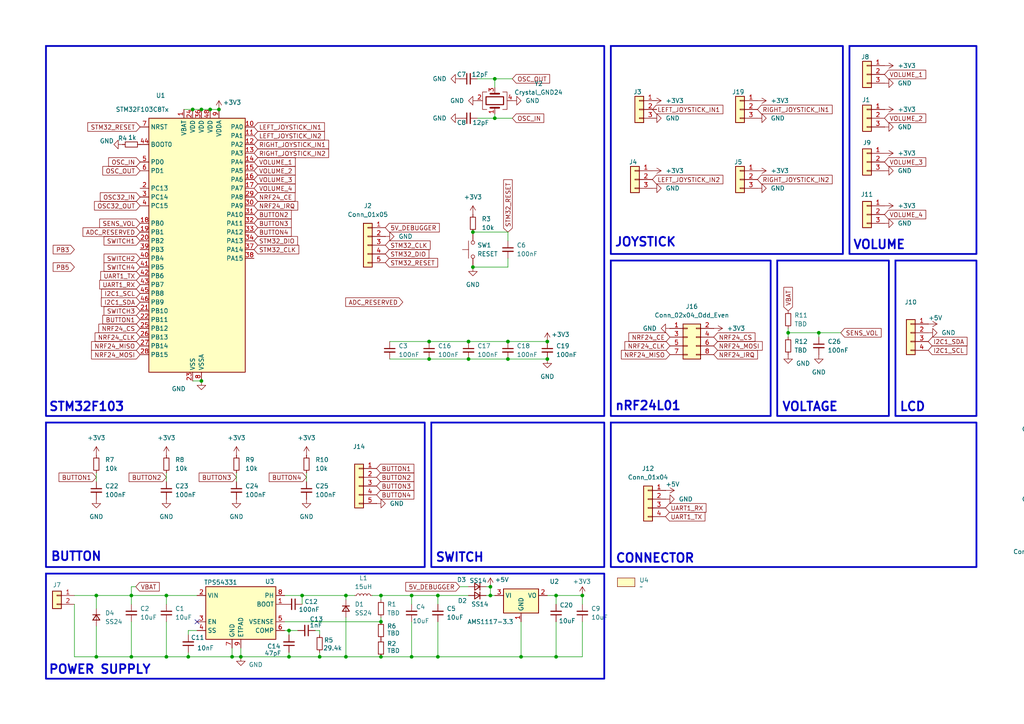
<source format=kicad_sch>
(kicad_sch (version 20231120) (generator "eeschema") (generator_version "8.0")
  (paper "A4")
  (junction (at 147.32 99.06))
  (junction (at 83.82 182.88))
  (junction (at 58.42 110.49))
  (junction (at 110.49 190.5))
  (junction (at 228.6 96.52))
  (junction (at 27.94 190.5))
  (junction (at 137.16 77.47))
  (junction (at 137.16 67.31))
  (junction (at 135.89 99.06))
  (junction (at 63.5 31.75))
  (junction (at 143.51 34.29))
  (junction (at 337.82 149.86))
  (junction (at 119.38 172.72))
  (junction (at 27.94 172.72))
  (junction (at 142.24 170.18))
  (junction (at 135.89 104.14))
  (junction (at 158.75 104.14))
  (junction (at 69.85 190.5))
  (junction (at 143.51 22.86))
  (junction (at 124.46 99.06))
  (junction (at 337.82 124.46))
  (junction (at 87.63 172.72))
  (junction (at 60.96 31.75))
  (junction (at 124.46 104.14))
  (junction (at 38.1 190.5))
  (junction (at 100.33 172.72))
  (junction (at 127 172.72))
  (junction (at 142.24 172.72))
  (junction (at 110.49 180.34))
  (junction (at 38.1 172.72))
  (junction (at 48.26 172.72))
  (junction (at 54.61 190.5))
  (junction (at 237.49 96.52))
  (junction (at 127 190.5))
  (junction (at 83.82 190.5))
  (junction (at 147.32 104.14))
  (junction (at 110.49 172.72))
  (junction (at 158.75 99.06))
  (junction (at 48.26 190.5))
  (junction (at 119.38 190.5))
  (junction (at 168.91 172.72))
  (junction (at 161.29 172.72))
  (junction (at 161.29 190.5))
  (junction (at 360.68 149.86))
  (junction (at 151.13 190.5))
  (junction (at 100.33 190.5))
  (junction (at 360.68 124.46))
  (junction (at 55.88 31.75))
  (junction (at 67.31 190.5))
  (junction (at 58.42 31.75))
  (junction (at 92.71 190.5))
  (no_connect (at 57.15 180.34))
  (wire (pts (xy 147.32 77.47) (xy 147.32 74.93)))
  (wire (pts (xy 135.89 99.06) (xy 147.32 99.06)))
  (wire (pts (xy 127 172.72) (xy 135.89 172.72)))
  (wire (pts (xy 91.44 182.88) (xy 92.71 182.88)))
  (wire (pts (xy 38.1 180.34) (xy 38.1 190.5)))
  (wire (pts (xy 237.49 96.52) (xy 228.6 96.52)))
  (wire (pts (xy 140.97 170.18) (xy 142.24 170.18)))
  (wire (pts (xy 21.59 172.72) (xy 27.94 172.72)))
  (wire (pts (xy 168.91 172.72) (xy 168.91 175.26)))
  (wire (pts (xy 83.82 182.88) (xy 83.82 184.15)))
  (wire (pts (xy 38.1 170.18) (xy 38.1 172.72)))
  (wire (pts (xy 48.26 180.34) (xy 48.26 190.5)))
  (wire (pts (xy 119.38 190.5) (xy 127 190.5)))
  (wire (pts (xy 48.26 137.16) (xy 48.26 139.7)))
  (wire (pts (xy 228.6 96.52) (xy 228.6 97.79)))
  (wire (pts (xy 100.33 190.5) (xy 110.49 190.5)))
  (wire (pts (xy 38.1 172.72) (xy 48.26 172.72)))
  (wire (pts (xy 48.26 172.72) (xy 48.26 175.26)))
  (wire (pts (xy 158.75 172.72) (xy 161.29 172.72)))
  (wire (pts (xy 147.32 99.06) (xy 158.75 99.06)))
  (wire (pts (xy 21.59 190.5) (xy 27.94 190.5)))
  (wire (pts (xy 237.49 96.52) (xy 243.84 96.52)))
  (wire (pts (xy 69.85 190.5) (xy 83.82 190.5)))
  (wire (pts (xy 161.29 172.72) (xy 161.29 175.26)))
  (wire (pts (xy 360.68 149.86) (xy 363.22 149.86)))
  (wire (pts (xy 100.33 172.72) (xy 100.33 173.99)))
  (wire (pts (xy 38.1 190.5) (xy 48.26 190.5)))
  (wire (pts (xy 127 190.5) (xy 151.13 190.5)))
  (wire (pts (xy 143.51 22.86) (xy 143.51 25.4)))
  (wire (pts (xy 92.71 190.5) (xy 100.33 190.5)))
  (wire (pts (xy 83.82 190.5) (xy 92.71 190.5)))
  (wire (pts (xy 60.96 31.75) (xy 63.5 31.75)))
  (wire (pts (xy 87.63 172.72) (xy 100.33 172.72)))
  (wire (pts (xy 127 180.34) (xy 127 190.5)))
  (wire (pts (xy 87.63 172.72) (xy 87.63 175.26)))
  (wire (pts (xy 27.94 172.72) (xy 38.1 172.72)))
  (wire (pts (xy 54.61 190.5) (xy 67.31 190.5)))
  (wire (pts (xy 135.89 104.14) (xy 147.32 104.14)))
  (wire (pts (xy 337.82 149.86) (xy 340.36 149.86)))
  (wire (pts (xy 67.31 190.5) (xy 69.85 190.5)))
  (wire (pts (xy 142.24 170.18) (xy 142.24 172.72)))
  (wire (pts (xy 161.29 190.5) (xy 161.29 180.34)))
  (wire (pts (xy 53.34 31.75) (xy 55.88 31.75)))
  (wire (pts (xy 83.82 182.88) (xy 86.36 182.88)))
  (wire (pts (xy 39.37 170.18) (xy 38.1 170.18)))
  (wire (pts (xy 119.38 175.26) (xy 119.38 172.72)))
  (wire (pts (xy 110.49 172.72) (xy 119.38 172.72)))
  (wire (pts (xy 57.15 182.88) (xy 54.61 182.88)))
  (wire (pts (xy 38.1 172.72) (xy 38.1 175.26)))
  (wire (pts (xy 110.49 180.34) (xy 110.49 179.07)))
  (wire (pts (xy 138.43 34.29) (xy 143.51 34.29)))
  (wire (pts (xy 54.61 189.23) (xy 54.61 190.5)))
  (wire (pts (xy 27.94 172.72) (xy 27.94 176.53)))
  (wire (pts (xy 147.32 67.31) (xy 147.32 69.85)))
  (wire (pts (xy 82.55 180.34) (xy 110.49 180.34)))
  (wire (pts (xy 88.9 137.16) (xy 88.9 139.7)))
  (wire (pts (xy 138.43 22.86) (xy 143.51 22.86)))
  (wire (pts (xy 58.42 31.75) (xy 60.96 31.75)))
  (wire (pts (xy 360.68 124.46) (xy 363.22 124.46)))
  (wire (pts (xy 119.38 180.34) (xy 119.38 190.5)))
  (wire (pts (xy 151.13 180.34) (xy 151.13 190.5)))
  (wire (pts (xy 82.55 182.88) (xy 83.82 182.88)))
  (wire (pts (xy 54.61 182.88) (xy 54.61 184.15)))
  (wire (pts (xy 110.49 190.5) (xy 119.38 190.5)))
  (wire (pts (xy 228.6 95.25) (xy 228.6 96.52)))
  (wire (pts (xy 168.91 190.5) (xy 161.29 190.5)))
  (wire (pts (xy 27.94 137.16) (xy 27.94 139.7)))
  (wire (pts (xy 124.46 99.06) (xy 135.89 99.06)))
  (wire (pts (xy 107.95 172.72) (xy 110.49 172.72)))
  (wire (pts (xy 237.49 97.79) (xy 237.49 96.52)))
  (wire (pts (xy 27.94 181.61) (xy 27.94 190.5)))
  (wire (pts (xy 27.94 190.5) (xy 38.1 190.5)))
  (wire (pts (xy 55.88 31.75) (xy 58.42 31.75)))
  (wire (pts (xy 48.26 172.72) (xy 57.15 172.72)))
  (wire (pts (xy 92.71 182.88) (xy 92.71 184.15)))
  (wire (pts (xy 127 172.72) (xy 127 175.26)))
  (wire (pts (xy 337.82 124.46) (xy 340.36 124.46)))
  (wire (pts (xy 119.38 172.72) (xy 127 172.72)))
  (wire (pts (xy 67.31 187.96) (xy 67.31 190.5)))
  (wire (pts (xy 143.51 33.02) (xy 143.51 34.29)))
  (wire (pts (xy 137.16 77.47) (xy 147.32 77.47)))
  (wire (pts (xy 83.82 190.5) (xy 83.82 189.23)))
  (wire (pts (xy 92.71 190.5) (xy 92.71 189.23)))
  (wire (pts (xy 113.03 99.06) (xy 124.46 99.06)))
  (wire (pts (xy 147.32 104.14) (xy 158.75 104.14)))
  (wire (pts (xy 140.97 172.72) (xy 142.24 172.72)))
  (wire (pts (xy 151.13 190.5) (xy 161.29 190.5)))
  (wire (pts (xy 100.33 172.72) (xy 102.87 172.72)))
  (wire (pts (xy 82.55 172.72) (xy 87.63 172.72)))
  (wire (pts (xy 137.16 67.31) (xy 147.32 67.31)))
  (wire (pts (xy 161.29 172.72) (xy 168.91 172.72)))
  (wire (pts (xy 110.49 172.72) (xy 110.49 173.99)))
  (wire (pts (xy 48.26 190.5) (xy 54.61 190.5)))
  (wire (pts (xy 21.59 175.26) (xy 21.59 190.5)))
  (wire (pts (xy 143.51 34.29) (xy 148.59 34.29)))
  (wire (pts (xy 113.03 104.14) (xy 124.46 104.14)))
  (wire (pts (xy 55.88 110.49) (xy 58.42 110.49)))
  (wire (pts (xy 168.91 180.34) (xy 168.91 190.5)))
  (wire (pts (xy 133.35 170.18) (xy 135.89 170.18)))
  (wire (pts (xy 68.58 137.16) (xy 68.58 139.7)))
  (wire (pts (xy 69.85 190.5) (xy 69.85 187.96)))
  (wire (pts (xy 143.51 22.86) (xy 148.59 22.86)))
  (wire (pts (xy 100.33 190.5) (xy 100.33 179.07)))
  (wire (pts (xy 124.46 104.14) (xy 135.89 104.14)))
  (wire (pts (xy 142.24 172.72) (xy 143.51 172.72)))
  (rectangle (start 13.335 122.555) (end 123.19 164.465) (stroke (width 0.508)))
  (rectangle (start 246.38 13.335) (end 283.21 73.66) (stroke (width 0.508)))
  (rectangle (start 177.165 13.335) (end 244.475 73.66) (stroke (width 0.508)))
  (rectangle (start 177.165 75.565) (end 223.52 120.65) (stroke (width 0.508)))
  (rectangle (start 259.715 75.565) (end 283.21 120.65) (stroke (width 0.508)))
  (rectangle (start 13.335 13.335) (end 175.26 120.65) (stroke (width 0.508)))
  (rectangle (start 177.165 122.555) (end 283.21 164.465) (stroke (width 0.508)))
  (rectangle (start 13.335 166.37) (end 175.26 196.85) (stroke (width 0.508)))
  (rectangle (start 125.095 122.555) (end 175.26 164.465) (stroke (width 0.508)))
  (rectangle (start 225.425 75.565) (end 257.81 120.65) (stroke (width 0.508)))
  (text "STM32F103" (at 25.146 118.11 0) (effects (font (size 2.54 2.54) (thickness 0.508) (bold yes))))
  (text "BUTTON" (at 22.098 161.544 0) (effects (font (size 2.54 2.54) (thickness 0.508) (bold yes))))
  (text "POWER SUPPLY" (at 28.956 194.31 0) (effects (font (size 2.54 2.54) (thickness 0.508) (bold yes))))
  (text "JOYSTICK" (at 187.198 70.358 0) (effects (font (size 2.54 2.54) (thickness 0.508) (bold yes))))
  (text "SWITCH" (at 133.35 161.798 0) (effects (font (size 2.54 2.54) (thickness 0.508) (bold yes))))
  (text "VOLTAGE" (at 234.95 118.11 0) (effects (font (size 2.54 2.54) (thickness 0.508) (bold yes))))
  (text "CONNECTOR" (at 189.992 162.052 0) (effects (font (size 2.54 2.54) (thickness 0.508) (bold yes))))
  (text "nRF24L01" (at 187.96 117.856 0) (effects (font (size 2.54 2.54) (thickness 0.508) (bold yes))))
  (text "LCD" (at 264.668 118.11 0) (effects (font (size 2.54 2.54) (thickness 0.508) (bold yes))))
  (text "VOLUME" (at 255.016 71.12 0) (effects (font (size 2.54 2.54) (thickness 0.508) (bold yes))))
  (global_label "RIGHT_JOYSTICK_IN1" (shape input) (at 219.71 31.75 0) (property "Intersheetrefs" "${INTERSHEET_REFS}" (effects (hide yes))))
  (global_label "SWITCH2" (shape input) (at 363.22 124.46 0) (property "Intersheetrefs" "${INTERSHEET_REFS}" (effects (hide yes))))
  (global_label "RIGHT_JOYSTICK_IN1" (shape input) (at 73.66 41.91 0) (property "Intersheetrefs" "${INTERSHEET_REFS}" (effects (hide yes))))
  (global_label "NRF24_CS" (shape input) (at 40.64 95.25 180) (property "Intersheetrefs" "${INTERSHEET_REFS}" (effects (hide yes))))
  (global_label "BUTTON4" (shape input) (at 88.9 138.43 180) (property "Intersheetrefs" "${INTERSHEET_REFS}" (effects (hide yes))))
  (global_label "NRF24_MOSI" (shape input) (at 207.01 100.33 0) (property "Intersheetrefs" "${INTERSHEET_REFS}" (effects (hide yes))))
  (global_label "VOLUME_4" (shape input) (at 73.66 54.61 0) (property "Intersheetrefs" "${INTERSHEET_REFS}" (effects (hide yes))))
  (global_label "NRF24_CS" (shape input) (at 207.01 97.79 0) (property "Intersheetrefs" "${INTERSHEET_REFS}" (effects (hide yes))))
  (global_label "NRF24_IRQ" (shape input) (at 73.66 59.69 0) (property "Intersheetrefs" "${INTERSHEET_REFS}" (effects (hide yes))))
  (global_label "SWITCH2" (shape input) (at 307.34 128.27 0) (property "Intersheetrefs" "${INTERSHEET_REFS}" (effects (hide yes))))
  (global_label "UART1_RX" (shape input) (at 193.04 147.32 0) (property "Intersheetrefs" "${INTERSHEET_REFS}" (effects (hide yes))))
  (global_label "OSC_IN" (shape input) (at 148.59 34.29 0) (property "Intersheetrefs" "${INTERSHEET_REFS}" (effects (hide yes))))
  (global_label "NRF24_CLK" (shape input) (at 40.64 97.79 180) (property "Intersheetrefs" "${INTERSHEET_REFS}" (effects (hide yes))))
  (global_label "PB3" (shape input) (at 21.59 72.39 180) (property "Intersheetrefs" "${INTERSHEET_REFS}" (effects (hide yes))))
  (global_label "SWITCH3" (shape input) (at 340.36 149.86 0) (property "Intersheetrefs" "${INTERSHEET_REFS}" (effects (hide yes))))
  (global_label "BUTTON2" (shape input) (at 73.66 62.23 0) (property "Intersheetrefs" "${INTERSHEET_REFS}" (effects (hide yes))))
  (global_label "LEFT_JOYSTICK_IN1" (shape input) (at 189.23 31.75 0) (property "Intersheetrefs" "${INTERSHEET_REFS}" (effects (hide yes))))
  (global_label "SWITCH1" (shape input) (at 320.04 114.3 0) (property "Intersheetrefs" "${INTERSHEET_REFS}" (effects (hide yes))))
  (global_label "NRF24_CE" (shape input) (at 194.31 97.79 180) (property "Intersheetrefs" "${INTERSHEET_REFS}" (effects (hide yes))))
  (global_label "OSC32_IN" (shape input) (at 40.64 57.15 180) (property "Intersheetrefs" "${INTERSHEET_REFS}" (effects (hide yes))))
  (global_label "BUTTON3" (shape input) (at 73.66 64.77 0) (property "Intersheetrefs" "${INTERSHEET_REFS}" (effects (hide yes))))
  (global_label "RIGHT_JOYSTICK_IN2" (shape input) (at 219.71 52.07 0) (property "Intersheetrefs" "${INTERSHEET_REFS}" (effects (hide yes))))
  (global_label "VOLUME_1" (shape input) (at 256.54 21.59 0) (property "Intersheetrefs" "${INTERSHEET_REFS}" (effects (hide yes))))
  (global_label "I2C1_SCL" (shape input) (at 269.24 101.6 0) (property "Intersheetrefs" "${INTERSHEET_REFS}" (effects (hide yes))))
  (global_label "5V_DEBUGGER" (shape input) (at 133.35 170.18 180) (property "Intersheetrefs" "${INTERSHEET_REFS}" (effects (hide yes))))
  (global_label "VOLUME_1" (shape input) (at 73.66 46.99 0) (property "Intersheetrefs" "${INTERSHEET_REFS}" (effects (hide yes))))
  (global_label "OSC32_OUT" (shape input) (at 40.64 59.69 180) (property "Intersheetrefs" "${INTERSHEET_REFS}" (effects (hide yes))))
  (global_label "BUTTON3" (shape input) (at 109.22 140.97 0) (property "Intersheetrefs" "${INTERSHEET_REFS}" (effects (hide yes))))
  (global_label "SWITCH1" (shape input) (at 340.36 124.46 0) (property "Intersheetrefs" "${INTERSHEET_REFS}" (effects (hide yes))))
  (global_label "OSC_OUT" (shape input) (at 40.64 49.53 180) (property "Intersheetrefs" "${INTERSHEET_REFS}" (effects (hide yes))))
  (global_label "BUTTON1" (shape input) (at 109.22 135.89 0) (property "Intersheetrefs" "${INTERSHEET_REFS}" (effects (hide yes))))
  (global_label "BUTTON4" (shape input) (at 73.66 67.31 0) (property "Intersheetrefs" "${INTERSHEET_REFS}" (effects (hide yes))))
  (global_label "BUTTON3" (shape input) (at 68.58 138.43 180) (property "Intersheetrefs" "${INTERSHEET_REFS}" (effects (hide yes))))
  (global_label "UART1_TX" (shape input) (at 193.04 149.86 0) (property "Intersheetrefs" "${INTERSHEET_REFS}" (effects (hide yes))))
  (global_label "LEFT_JOYSTICK_IN2" (shape input) (at 73.66 39.37 0) (property "Intersheetrefs" "${INTERSHEET_REFS}" (effects (hide yes))))
  (global_label "STM32_CLK" (shape input) (at 73.66 72.39 0) (property "Intersheetrefs" "${INTERSHEET_REFS}" (effects (hide yes))))
  (global_label "SWITCH3" (shape input) (at 40.64 90.17 180) (property "Intersheetrefs" "${INTERSHEET_REFS}" (effects (hide yes))))
  (global_label "OSC_IN" (shape input) (at 40.64 46.99 180) (property "Intersheetrefs" "${INTERSHEET_REFS}" (effects (hide yes))))
  (global_label "NRF24_MISO" (shape input) (at 40.64 100.33 180) (property "Intersheetrefs" "${INTERSHEET_REFS}" (effects (hide yes))))
  (global_label "UART1_RX" (shape input) (at 40.64 82.55 180) (property "Intersheetrefs" "${INTERSHEET_REFS}" (effects (hide yes))))
  (global_label "I2C1_SDA" (shape input) (at 269.24 99.06 0) (property "Intersheetrefs" "${INTERSHEET_REFS}" (effects (hide yes))))
  (global_label "SENS_VOL" (shape input) (at 243.84 96.52 0) (property "Intersheetrefs" "${INTERSHEET_REFS}" (effects (hide yes))))
  (global_label "I2C1_SCL" (shape input) (at 40.64 85.09 180) (property "Intersheetrefs" "${INTERSHEET_REFS}" (effects (hide yes))))
  (global_label "STM32_RESET" (shape input) (at 40.64 36.83 180) (property "Intersheetrefs" "${INTERSHEET_REFS}" (effects (hide yes))))
  (global_label "BUTTON1" (shape input) (at 40.64 92.71 180) (property "Intersheetrefs" "${INTERSHEET_REFS}" (effects (hide yes))))
  (global_label "I2C1_SDA" (shape input) (at 40.64 87.63 180) (property "Intersheetrefs" "${INTERSHEET_REFS}" (effects (hide yes))))
  (global_label "SWITCH4" (shape input) (at 363.22 149.86 0) (property "Intersheetrefs" "${INTERSHEET_REFS}" (effects (hide yes))))
  (global_label "BUTTON2" (shape input) (at 109.22 138.43 0) (property "Intersheetrefs" "${INTERSHEET_REFS}" (effects (hide yes))))
  (global_label "SWITCH4" (shape input) (at 304.8 163.83 0) (property "Intersheetrefs" "${INTERSHEET_REFS}" (effects (hide yes))))
  (global_label "ADC_RESERVED" (shape input) (at 116.84 87.63 180) (property "Intersheetrefs" "${INTERSHEET_REFS}" (effects (hide yes))))
  (global_label "STM32_RESET" (shape input) (at 111.76 76.2 0) (property "Intersheetrefs" "${INTERSHEET_REFS}" (effects (hide yes))))
  (global_label "VOLUME_3" (shape input) (at 256.54 46.99 0) (property "Intersheetrefs" "${INTERSHEET_REFS}" (effects (hide yes))))
  (global_label "NRF24_MISO" (shape input) (at 194.31 102.87 180) (property "Intersheetrefs" "${INTERSHEET_REFS}" (effects (hide yes))))
  (global_label "NRF24_CLK" (shape input) (at 194.31 100.33 180) (property "Intersheetrefs" "${INTERSHEET_REFS}" (effects (hide yes))))
  (global_label "UART1_TX" (shape input) (at 40.64 80.01 180) (property "Intersheetrefs" "${INTERSHEET_REFS}" (effects (hide yes))))
  (global_label "STM32_DIO" (shape input) (at 111.76 73.66 0) (property "Intersheetrefs" "${INTERSHEET_REFS}" (effects (hide yes))))
  (global_label "SWITCH1" (shape input) (at 40.64 69.85 180) (property "Intersheetrefs" "${INTERSHEET_REFS}" (effects (hide yes))))
  (global_label "BUTTON4" (shape input) (at 109.22 143.51 0) (property "Intersheetrefs" "${INTERSHEET_REFS}" (effects (hide yes))))
  (global_label "VOLUME_2" (shape input) (at 73.66 49.53 0) (property "Intersheetrefs" "${INTERSHEET_REFS}" (effects (hide yes))))
  (global_label "STM32_RESET" (shape input) (at 147.32 67.31 90) (property "Intersheetrefs" "${INTERSHEET_REFS}" (effects (hide yes))))
  (global_label "RIGHT_JOYSTICK_IN2" (shape input) (at 73.66 44.45 0) (property "Intersheetrefs" "${INTERSHEET_REFS}" (effects (hide yes))))
  (global_label "SWITCH2" (shape input) (at 40.64 74.93 180) (property "Intersheetrefs" "${INTERSHEET_REFS}" (effects (hide yes))))
  (global_label "VBAT" (shape input) (at 228.6 90.17 90) (property "Intersheetrefs" "${INTERSHEET_REFS}" (effects (hide yes))))
  (global_label "ADC_RESERVED" (shape input) (at 40.64 67.31 180) (property "Intersheetrefs" "${INTERSHEET_REFS}" (effects (hide yes))))
  (global_label "VOLUME_4" (shape input) (at 256.54 62.23 0) (property "Intersheetrefs" "${INTERSHEET_REFS}" (effects (hide yes))))
  (global_label "LEFT_JOYSTICK_IN2" (shape input) (at 189.23 52.07 0) (property "Intersheetrefs" "${INTERSHEET_REFS}" (effects (hide yes))))
  (global_label "NRF24_MOSI" (shape input) (at 40.64 102.87 180) (property "Intersheetrefs" "${INTERSHEET_REFS}" (effects (hide yes))))
  (global_label "NRF24_CE" (shape input) (at 73.66 57.15 0) (property "Intersheetrefs" "${INTERSHEET_REFS}" (effects (hide yes))))
  (global_label "SENS_VOL" (shape input) (at 40.64 64.77 180) (property "Intersheetrefs" "${INTERSHEET_REFS}" (effects (hide yes))))
  (global_label "OSC_OUT" (shape input) (at 148.59 22.86 0) (property "Intersheetrefs" "${INTERSHEET_REFS}" (effects (hide yes))))
  (global_label "VBAT" (shape input) (at 39.37 170.18 0) (property "Intersheetrefs" "${INTERSHEET_REFS}" (effects (hide yes))))
  (global_label "SWITCH3" (shape input) (at 307.34 148.59 0) (property "Intersheetrefs" "${INTERSHEET_REFS}" (effects (hide yes))))
  (global_label "VOLUME_2" (shape input) (at 256.54 34.29 0) (property "Intersheetrefs" "${INTERSHEET_REFS}" (effects (hide yes))))
  (global_label "SWITCH4" (shape input) (at 40.64 77.47 180) (property "Intersheetrefs" "${INTERSHEET_REFS}" (effects (hide yes))))
  (global_label "PB5" (shape input) (at 21.59 77.47 180) (property "Intersheetrefs" "${INTERSHEET_REFS}" (effects (hide yes))))
  (global_label "VOLUME_3" (shape input) (at 73.66 52.07 0) (property "Intersheetrefs" "${INTERSHEET_REFS}" (effects (hide yes))))
  (global_label "NRF24_IRQ" (shape input) (at 207.01 102.87 0) (property "Intersheetrefs" "${INTERSHEET_REFS}" (effects (hide yes))))
  (global_label "BUTTON2" (shape input) (at 48.26 138.43 180) (property "Intersheetrefs" "${INTERSHEET_REFS}" (effects (hide yes))))
  (global_label "STM32_CLK" (shape input) (at 111.76 71.12 0) (property "Intersheetrefs" "${INTERSHEET_REFS}" (effects (hide yes))))
  (global_label "5V_DEBUGGER" (shape input) (at 111.76 66.04 0) (property "Intersheetrefs" "${INTERSHEET_REFS}" (effects (hide yes))))
  (global_label "STM32_DIO" (shape input) (at 73.66 69.85 0) (property "Intersheetrefs" "${INTERSHEET_REFS}" (effects (hide yes))))
  (global_label "BUTTON1" (shape input) (at 27.94 138.43 180) (property "Intersheetrefs" "${INTERSHEET_REFS}" (effects (hide yes))))
  (global_label "LEFT_JOYSTICK_IN1" (shape input) (at 73.66 36.83 0) (property "Intersheetrefs" "${INTERSHEET_REFS}" (effects (hide yes))))
  (symbol (lib_id "power:GND") (at 307.34 130.81 90) (unit 1)
    (property "Reference" "#PWR054" (effects (hide yes)))
    (property "Value" "GND" (at 311.15 130.8099 90) (effects (justify right)))
    (property "Description" "Power symbol creates a global label with name \"GND\" , ground" (effects (hide yes)))
  )
  (symbol (lib_id "Device:C_Small") (at 68.58 142.24 0) (unit 1)
    (property "Reference" "C24" (at 71.12 140.9762 0) (effects (justify left)))
    (property "Value" "100nF" (at 71.12 143.5162 0) (effects (justify left)))
    (property "Footprint" "Capacitor_SMD:C_0603_1608Metric" (effects (hide yes)))
    (property "Description" "Unpolarized capacitor, small symbol" (effects (hide yes)))
  )
  (symbol (lib_id "Device:C_Small") (at 135.89 22.86 90) (unit 1)
    (property "Reference" "C7" (at 133.858 21.59 90))
    (property "Value" "12pF" (at 139.192 21.59 90))
    (property "Footprint" "Capacitor_SMD:C_0603_1608Metric" (effects (hide yes)))
    (property "Description" "Unpolarized capacitor, small symbol" (effects (hide yes)))
  )
  (symbol (lib_id "Connector_Generic:Conn_01x02") (at 302.26 128.27 0) (mirror y) (unit 1)
    (property "Reference" "J15" (at 302.26 121.92 0))
    (property "Value" "Conn_01x02" (at 302.26 124.46 0))
    (property "Footprint" "Footprint:Connector_XH_1x02_P1.25mm_Vertical" (effects (hide yes)))
    (property "Description" "Generic connector, single row, 01x02, script generated (kicad-library-utils/schlib/autogen/connector/)" (effects (hide yes)))
  )
  (symbol (lib_id "Device:C_Small") (at 54.61 186.69 180) (unit 1)
    (property "Reference" "C11" (at 55.372 184.912 0) (effects (justify right)))
    (property "Value" "10nF" (at 57.15 187.9535 0) (effects (justify right)))
    (property "Footprint" "Capacitor_SMD:C_0603_1608Metric" (effects (hide yes)))
    (property "Description" "Unpolarized capacitor, small symbol" (effects (hide yes)))
  )
  (symbol (lib_id "power:+3V3") (at 137.16 62.23 0) (unit 1)
    (property "Reference" "#PWR05" (effects (hide yes)))
    (property "Value" "+3V3" (at 137.16 57.15 0))
    (property "Description" "Power symbol creates a global label with name \"+3V3\"" (effects (hide yes)))
  )
  (symbol (lib_id "power:GND") (at 256.54 49.53 90) (unit 1)
    (property "Reference" "#PWR042" (effects (hide yes)))
    (property "Value" "GND" (at 260.35 49.5299 90) (effects (justify right)))
    (property "Description" "Power symbol creates a global label with name \"GND\" , ground" (effects (hide yes)))
  )
  (symbol (lib_id "power:+3V3") (at 189.23 49.53 270) (unit 1)
    (property "Reference" "#PWR029" (effects (hide yes)))
    (property "Value" "+3V3" (at 193.04 49.5299 90) (effects (justify left)))
    (property "Description" "Power symbol creates a global label with name \"+3V3\"" (effects (hide yes)))
  )
  (symbol (lib_id "Connector_Generic:Conn_01x05") (at 106.68 71.12 0) (mirror y) (unit 1)
    (property "Reference" "J2" (at 106.68 59.69 0))
    (property "Value" "Conn_01x05" (at 106.68 62.23 0))
    (property "Footprint" "Footprint:Connector_XH_1x05_P1.25mm_Vertical" (effects (hide yes)))
    (property "Description" "Generic connector, single row, 01x05, script generated (kicad-library-utils/schlib/autogen/connector/)" (effects (hide yes)))
  )
  (symbol (lib_id "power:GND") (at 304.8 166.37 90) (unit 1)
    (property "Reference" "#PWR049" (effects (hide yes)))
    (property "Value" "GND" (at 308.61 166.3699 90) (effects (justify right)))
    (property "Description" "Power symbol creates a global label with name \"GND\" , ground" (effects (hide yes)))
  )
  (symbol (lib_id "Device:C_Small") (at 124.46 101.6 0) (unit 1)
    (property "Reference" "C16" (at 127 100.3362 0) (effects (justify left)))
    (property "Value" "100nF" (at 127 102.8762 0) (effects (justify left)))
    (property "Footprint" "Capacitor_SMD:C_0603_1608Metric" (effects (hide yes)))
    (property "Description" "Unpolarized capacitor, small symbol" (effects (hide yes)))
  )
  (symbol (lib_id "Device:R_Small") (at 110.49 187.96 0) (unit 1)
    (property "Reference" "R2" (at 112.268 186.69 0) (effects (justify left)))
    (property "Value" "TBD" (at 112.268 188.722 0) (effects (justify left)))
    (property "Footprint" "Resistor_SMD:R_0603_1608Metric" (effects (hide yes)))
    (property "Description" "Resistor, small symbol" (effects (hide yes)))
  )
  (symbol (lib_id "power:+3V3") (at 168.91 172.72 0) (unit 1)
    (property "Reference" "#PWR04" (effects (hide yes)))
    (property "Value" "+3V3" (at 166.116 168.656 0) (effects (justify left)))
    (property "Description" "Power symbol creates a global label with name \"+3V3\"" (effects (hide yes)))
  )
  (symbol (lib_id "Device:C_Small") (at 135.89 101.6 0) (unit 1)
    (property "Reference" "C17" (at 138.43 100.3362 0) (effects (justify left)))
    (property "Value" "100nF" (at 138.43 102.8762 0) (effects (justify left)))
    (property "Footprint" "Capacitor_SMD:C_0603_1608Metric" (effects (hide yes)))
    (property "Description" "Unpolarized capacitor, small symbol" (effects (hide yes)))
  )
  (symbol (lib_id "Device:D_Small") (at 100.33 176.53 270) (unit 1)
    (property "Reference" "D1" (at 102.87 175.2599 90) (effects (justify left)))
    (property "Value" "SS24" (at 102.87 177.7999 90) (effects (justify left)))
    (property "Footprint" "Diode_SMD:D_SMA" (effects (hide yes)))
    (property "Description" "Diode, small symbol" (effects (hide yes)))
    (property "Sim.Device" "D" (effects (hide yes)))
    (property "Sim.Pins" "1=K 2=A" (effects (hide yes)))
  )
  (symbol (lib_id "power:GND") (at 189.23 54.61 90) (unit 1)
    (property "Reference" "#PWR030" (effects (hide yes)))
    (property "Value" "GND" (at 193.04 54.6099 90) (effects (justify right)))
    (property "Description" "Power symbol creates a global label with name \"GND\" , ground" (effects (hide yes)))
  )
  (symbol (lib_id "Connector_Generic:Conn_01x03") (at 185.42 31.75 0) (mirror y) (unit 1)
    (property "Reference" "J3" (at 184.912 26.67 0))
    (property "Value" "Conn_01x03" (effects (hide yes)))
    (property "Footprint" "Footprint:Connector_XH_1x03_P1.25mm_Vertical" (effects (hide yes)))
    (property "Description" "Generic connector, single row, 01x03, script generated (kicad-library-utils/schlib/autogen/connector/)" (effects (hide yes)))
  )
  (symbol (lib_id "Device:R_Small") (at 92.71 186.69 0) (unit 1)
    (property "Reference" "R5" (at 93.98 185.674 0) (effects (justify left)))
    (property "Value" "29.4k" (at 93.726 187.96 0) (effects (justify left)))
    (property "Footprint" "Resistor_SMD:R_0603_1608Metric" (effects (hide yes)))
    (property "Description" "Resistor, small symbol" (effects (hide yes)))
  )
  (symbol (lib_id "power:GND") (at 193.04 144.78 90) (unit 1)
    (property "Reference" "#PWR044" (effects (hide yes)))
    (property "Value" "GND" (at 196.85 144.7799 90) (effects (justify right)))
    (property "Description" "Power symbol creates a global label with name \"GND\" , ground" (effects (hide yes)))
  )
  (symbol (lib_id "Device:R_Small") (at 137.16 64.77 0) (unit 1)
    (property "Reference" "R3" (at 139.7 63.4999 0) (effects (justify left)))
    (property "Value" "10k" (at 139.7 66.0399 0) (effects (justify left)))
    (property "Footprint" "Resistor_SMD:R_0603_1608Metric" (effects (hide yes)))
    (property "Description" "Resistor, small symbol" (effects (hide yes)))
  )
  (symbol (lib_id "power:GND") (at 35.56 41.91 270) (unit 1)
    (property "Reference" "#PWR09" (effects (hide yes)))
    (property "Value" "GND" (at 33.02 40.894 90) (effects (justify right)))
    (property "Description" "Power symbol creates a global label with name \"GND\" , ground" (effects (hide yes)))
  )
  (symbol (lib_id "Device:C_Small") (at 161.29 177.8 180) (unit 1)
    (property "Reference" "C20" (at 162.306 175.514 0) (effects (justify right)))
    (property "Value" "10uF" (at 162.052 180.086 0) (effects (justify right)))
    (property "Footprint" "Capacitor_SMD:C_1210_3225Metric" (effects (hide yes)))
    (property "Description" "Unpolarized capacitor, small symbol" (effects (hide yes)))
  )
  (symbol (lib_id "power:GND") (at 109.22 146.05 90) (unit 1)
    (property "Reference" "#PWR052" (effects (hide yes)))
    (property "Value" "GND" (at 113.03 146.0499 90) (effects (justify right)))
    (property "Description" "Power symbol creates a global label with name \"GND\" , ground" (effects (hide yes)))
  )
  (symbol (lib_id "Connector_Generic:Conn_01x03") (at 251.46 21.59 0) (mirror y) (unit 1)
    (property "Reference" "J8" (at 250.952 16.51 0))
    (property "Value" "Conn_01x03" (effects (hide yes)))
    (property "Footprint" "Footprint:Connector_XH_1x03_P1.25mm_Vertical" (effects (hide yes)))
    (property "Description" "Generic connector, single row, 01x03, script generated (kicad-library-utils/schlib/autogen/connector/)" (effects (hide yes)))
  )
  (symbol (lib_id "Connector_Generic:Conn_01x04") (at 264.16 96.52 0) (mirror y) (unit 1)
    (property "Reference" "J10" (at 264.16 87.63 0))
    (property "Value" "Conn_01x04" (effects (hide yes)))
    (property "Footprint" "Footprint:Connector_XH_1x04_P1.25mm_Vertical" (effects (hide yes)))
    (property "Description" "Generic connector, single row, 01x04, script generated (kicad-library-utils/schlib/autogen/connector/)" (effects (hide yes)))
  )
  (symbol (lib_id "Connector_Generic:Conn_01x03") (at 251.46 34.29 0) (mirror y) (unit 1)
    (property "Reference" "J1" (at 251.206 28.956 0))
    (property "Value" "Conn_01x03" (effects (hide yes)))
    (property "Footprint" "Footprint:Connector_XH_1x03_P1.25mm_Vertical" (effects (hide yes)))
    (property "Description" "Generic connector, single row, 01x03, script generated (kicad-library-utils/schlib/autogen/connector/)" (effects (hide yes)))
  )
  (symbol (lib_id "power:+3V3") (at 256.54 19.05 270) (unit 1)
    (property "Reference" "#PWR034" (effects (hide yes)))
    (property "Value" "+3V3" (at 260.35 19.0499 90) (effects (justify left)))
    (property "Description" "Power symbol creates a global label with name \"+3V3\"" (effects (hide yes)))
  )
  (symbol (lib_id "Connector_Generic:Conn_02x04_Odd_Even") (at 199.39 97.79 0) (unit 1)
    (property "Reference" "J16" (at 200.66 88.9 0))
    (property "Value" "Conn_02x04_Odd_Even" (at 200.66 91.44 0))
    (property "Footprint" "Connector_PinSocket_2.54mm:PinSocket_2x04_P2.54mm_Vertical" (effects (hide yes)))
    (property "Description" "Generic connector, double row, 02x04, odd/even pin numbering scheme (row 1 odd numbers, row 2 even numbers), script generated (kicad-library-utils/schlib/autogen/connector/)" (effects (hide yes)))
  )
  (symbol (lib_id "Device:R_Small") (at 27.94 134.62 0) (unit 1)
    (property "Reference" "R7" (at 30.48 133.3499 0) (effects (justify left)))
    (property "Value" "10k" (at 30.48 135.8899 0) (effects (justify left)))
    (property "Footprint" "Resistor_SMD:R_0603_1608Metric" (effects (hide yes)))
    (property "Description" "Resistor, small symbol" (effects (hide yes)))
  )
  (symbol (lib_id "Device:R_Small") (at 68.58 134.62 0) (unit 1)
    (property "Reference" "R9" (at 71.12 133.3499 0) (effects (justify left)))
    (property "Value" "10k" (at 71.12 135.8899 0) (effects (justify left)))
    (property "Footprint" "Resistor_SMD:R_0603_1608Metric" (effects (hide yes)))
    (property "Description" "Resistor, small symbol" (effects (hide yes)))
  )
  (symbol (lib_id "Device:C_Small") (at 83.82 186.69 180) (unit 1)
    (property "Reference" "C14" (at 77.47 187.452 0) (effects (justify right)))
    (property "Value" "47pF" (at 76.708 189.484 0) (effects (justify right)))
    (property "Footprint" "Capacitor_SMD:C_0603_1608Metric" (effects (hide yes)))
    (property "Description" "Unpolarized capacitor, small symbol" (effects (hide yes)))
  )
  (symbol (lib_id "power:+3V3") (at 256.54 59.69 270) (unit 1)
    (property "Reference" "#PWR047" (effects (hide yes)))
    (property "Value" "+3V3" (at 260.35 59.6899 90) (effects (justify left)))
    (property "Description" "Power symbol creates a global label with name \"+3V3\"" (effects (hide yes)))
  )
  (symbol (lib_id "Connector_Generic:Conn_01x02") (at 347.98 100.33 0) (mirror y) (unit 1)
    (property "Reference" "J22" (at 347.98 93.98 0))
    (property "Value" "Conn_01x02" (at 347.98 96.52 0))
    (property "Footprint" "Footprint:Connector_XH_1x02_P1.25mm_Vertical" (effects (hide yes)))
    (property "Description" "Generic connector, single row, 01x02, script generated (kicad-library-utils/schlib/autogen/connector/)" (effects (hide yes)))
  )
  (symbol (lib_id "power:GND") (at 360.68 129.54 0) (mirror y) (unit 1)
    (property "Reference" "#PWR057" (effects (hide yes)))
    (property "Value" "GND" (at 364.49 131.826 0))
    (property "Description" "Power symbol creates a global label with name \"GND\" , ground" (effects (hide yes)))
  )
  (symbol (lib_id "Device:C_Small") (at 360.68 127 0) (mirror y) (unit 1)
    (property "Reference" "C15" (at 358.14 125.7362 0) (effects (justify left)))
    (property "Value" "100nF" (at 358.14 128.2762 0) (effects (justify left)))
    (property "Footprint" "Capacitor_SMD:C_0603_1608Metric" (effects (hide yes)))
    (property "Description" "Unpolarized capacitor, small symbol" (effects (hide yes)))
  )
  (symbol (lib_id "power:+3V3") (at 158.75 99.06 0) (unit 1)
    (property "Reference" "#PWR013" (effects (hide yes)))
    (property "Value" "+3V3" (at 162.56 97.028 0))
    (property "Description" "Power symbol creates a global label with name \"+3V3\"" (effects (hide yes)))
  )
  (symbol (lib_id "power:GND") (at 219.71 34.29 90) (unit 1)
    (property "Reference" "#PWR028" (effects (hide yes)))
    (property "Value" "GND" (at 223.52 34.2899 90) (effects (justify right)))
    (property "Description" "Power symbol creates a global label with name \"GND\" , ground" (effects (hide yes)))
  )
  (symbol (lib_id "Device:C_Small") (at 337.82 127 0) (mirror y) (unit 1)
    (property "Reference" "C28" (at 335.28 125.7362 0) (effects (justify left)))
    (property "Value" "100nF" (at 335.28 128.2762 0) (effects (justify left)))
    (property "Footprint" "Capacitor_SMD:C_0603_1608Metric" (effects (hide yes)))
    (property "Description" "Unpolarized capacitor, small symbol" (effects (hide yes)))
  )
  (symbol (lib_id "power:+3V3") (at 360.68 144.78 0) (mirror y) (unit 1)
    (property "Reference" "#PWR059" (effects (hide yes)))
    (property "Value" "+3V3" (at 360.68 139.7 0))
    (property "Description" "Power symbol creates a global label with name \"+3V3\"" (effects (hide yes)))
  )
  (symbol (lib_id "power:+5V") (at 269.24 93.98 270) (unit 1)
    (property "Reference" "#PWR039" (effects (hide yes)))
    (property "Value" "+5V" (at 269.24 92.202 90) (effects (justify left)))
    (property "Description" "Power symbol creates a global label with name \"+5V\"" (effects (hide yes)))
  )
  (symbol (lib_id "Device:L_Small") (at 105.41 172.72 90) (unit 1)
    (property "Reference" "L1" (at 105.41 167.64 90))
    (property "Value" "15uH" (at 105.41 170.18 90))
    (property "Footprint" "Footprint:Inductor_SMD_4D28" (effects (hide yes)))
    (property "Description" "Inductor, small symbol" (effects (hide yes)))
  )
  (symbol (lib_id "Connector_Generic:Conn_01x05") (at 104.14 140.97 0) (mirror y) (unit 1)
    (property "Reference" "J14" (at 104.14 129.54 0))
    (property "Value" "Conn_01x05" (effects (hide yes)))
    (property "Footprint" "Footprint:Connector_XH_1x05_P1.25mm_Vertical" (effects (hide yes)))
    (property "Description" "Generic connector, single row, 01x05, script generated (kicad-library-utils/schlib/autogen/connector/)" (effects (hide yes)))
  )
  (symbol (lib_id "power:GND") (at 138.43 29.21 270) (unit 1)
    (property "Reference" "#PWR010" (effects (hide yes)))
    (property "Value" "GND" (at 134.62 29.2099 90) (effects (justify right)))
    (property "Description" "Power symbol creates a global label with name \"GND\" , ground" (effects (hide yes)))
  )
  (symbol (lib_id "power:GND") (at 133.35 34.29 270) (unit 1)
    (property "Reference" "#PWR07" (effects (hide yes)))
    (property "Value" "GND" (at 129.54 34.2899 90) (effects (justify right)))
    (property "Description" "Power symbol creates a global label with name \"GND\" , ground" (effects (hide yes)))
  )
  (symbol (lib_id "power:GND") (at 307.34 151.13 90) (unit 1)
    (property "Reference" "#PWR033" (effects (hide yes)))
    (property "Value" "GND" (at 311.15 151.1299 90) (effects (justify right)))
    (property "Description" "Power symbol creates a global label with name \"GND\" , ground" (effects (hide yes)))
  )
  (symbol (lib_id "power:GND") (at 48.26 144.78 0) (unit 1)
    (property "Reference" "#PWR018" (effects (hide yes)))
    (property "Value" "GND" (at 48.26 149.86 0))
    (property "Description" "Power symbol creates a global label with name \"GND\" , ground" (effects (hide yes)))
  )
  (symbol (lib_id "TPS54331:TPS54331") (at 69.85 177.8 0) (unit 1)
    (property "Reference" "U3" (at 78.232 168.656 0))
    (property "Value" "TPS54331" (at 64.008 168.91 0))
    (property "Footprint" "Package_SO:SOIC-8-1EP_3.9x4.9mm_P1.27mm_EP2.29x3mm_ThermalVias" (effects (hide yes)))
  )
  (symbol (lib_id "power:GND") (at 194.31 95.25 270) (unit 1)
    (property "Reference" "#PWR046" (effects (hide yes)))
    (property "Value" "GND" (at 190.5 95.2499 90) (effects (justify right)))
    (property "Description" "Power symbol creates a global label with name \"GND\" , ground" (effects (hide yes)))
  )
  (symbol (lib_id "Regulator_Linear:AMS1117-3.3") (at 151.13 172.72 0) (unit 1)
    (property "Reference" "U2" (at 160.782 168.656 0))
    (property "Value" "AMS1117-3.3" (at 142.24 180.34 0))
    (property "Footprint" "Package_TO_SOT_SMD:SOT-223-3_TabPin2" (effects (hide yes)))
    (property "Datasheet" "http://www.advanced-monolithic.com/pdf/ds1117.pdf" (effects (hide yes)))
    (property "Description" "1A Low Dropout regulator, positive, 3.3V fixed output, SOT-223" (effects (hide yes)))
  )
  (symbol (lib_id "power:GND") (at 158.75 104.14 0) (unit 1)
    (property "Reference" "#PWR012" (effects (hide yes)))
    (property "Value" "GND" (at 158.75 109.22 0))
    (property "Description" "Power symbol creates a global label with name \"GND\" , ground" (effects (hide yes)))
  )
  (symbol (lib_id "Connector_Generic:Conn_01x02") (at 299.72 163.83 0) (mirror y) (unit 1)
    (property "Reference" "J18" (at 299.72 157.48 0))
    (property "Value" "Conn_01x02" (at 299.72 160.02 0))
    (property "Footprint" "Footprint:Connector_XH_1x02_P1.25mm_Vertical" (effects (hide yes)))
    (property "Description" "Generic connector, single row, 01x02, script generated (kicad-library-utils/schlib/autogen/connector/)" (effects (hide yes)))
  )
  (symbol (lib_id "power:+3V3") (at 337.82 144.78 0) (mirror y) (unit 1)
    (property "Reference" "#PWR055" (effects (hide yes)))
    (property "Value" "+3V3" (at 337.82 139.7 0))
    (property "Description" "Power symbol creates a global label with name \"+3V3\"" (effects (hide yes)))
  )
  (symbol (lib_id "Device:R_Small") (at 48.26 134.62 0) (unit 1)
    (property "Reference" "R8" (at 50.8 133.3499 0) (effects (justify left)))
    (property "Value" "10k" (at 50.8 135.8899 0) (effects (justify left)))
    (property "Footprint" "Resistor_SMD:R_0603_1608Metric" (effects (hide yes)))
    (property "Description" "Resistor, small symbol" (effects (hide yes)))
  )
  (symbol (lib_id "power:+3V3") (at 219.71 49.53 270) (unit 1)
    (property "Reference" "#PWR031" (effects (hide yes)))
    (property "Value" "+3V3" (at 223.52 49.5299 90) (effects (justify left)))
    (property "Description" "Power symbol creates a global label with name \"+3V3\"" (effects (hide yes)))
  )
  (symbol (lib_id "Device:C_Small") (at 168.91 177.8 180) (unit 1)
    (property "Reference" "C9" (at 171.45 176.5235 0) (effects (justify right)))
    (property "Value" "10uF" (at 171.45 179.0635 0) (effects (justify right)))
    (property "Footprint" "Capacitor_SMD:C_1210_3225Metric" (effects (hide yes)))
    (property "Description" "Unpolarized capacitor, small symbol" (effects (hide yes)))
  )
  (symbol (lib_id "Connector_Generic:Conn_01x02") (at 347.98 88.9 0) (mirror y) (unit 1)
    (property "Reference" "J21" (at 347.98 82.55 0))
    (property "Value" "Conn_01x02" (at 347.98 85.09 0))
    (property "Footprint" "Footprint:Connector_XH_1x02_P1.25mm_Vertical" (effects (hide yes)))
    (property "Description" "Generic connector, single row, 01x02, script generated (kicad-library-utils/schlib/autogen/connector/)" (effects (hide yes)))
  )
  (symbol (lib_id "Board:Board") (at 181.61 168.91 0) (unit 1)
    (property "Reference" "U4" (at 185.42 168.2749 0) (effects (justify left)))
    (property "Value" "~" (at 185.42 170.18 0) (effects (justify left)))
    (property "Footprint" "Footprint:Board" (effects (hide yes)))
  )
  (symbol (lib_id "Device:C_Small") (at 38.1 177.8 180) (unit 1)
    (property "Reference" "C2" (at 40.64 176.5235 0) (effects (justify right)))
    (property "Value" "10uF" (at 40.64 179.0635 0) (effects (justify right)))
    (property "Footprint" "Capacitor_SMD:C_1210_3225Metric" (effects (hide yes)))
    (property "Description" "Unpolarized capacitor, small symbol" (effects (hide yes)))
  )
  (symbol (lib_id "Device:C_Small") (at 27.94 142.24 0) (unit 1)
    (property "Reference" "C22" (at 30.48 140.9762 0) (effects (justify left)))
    (property "Value" "100nF" (at 30.48 143.5162 0) (effects (justify left)))
    (property "Footprint" "Capacitor_SMD:C_0603_1608Metric" (effects (hide yes)))
    (property "Description" "Unpolarized capacitor, small symbol" (effects (hide yes)))
  )
  (symbol (lib_id "power:GND") (at 256.54 64.77 90) (unit 1)
    (property "Reference" "#PWR048" (effects (hide yes)))
    (property "Value" "GND" (at 260.35 64.7699 90) (effects (justify right)))
    (property "Description" "Power symbol creates a global label with name \"GND\" , ground" (effects (hide yes)))
  )
  (symbol (lib_id "power:GND") (at 337.82 154.94 0) (mirror y) (unit 1)
    (property "Reference" "#PWR058" (effects (hide yes)))
    (property "Value" "GND" (at 341.63 157.226 0))
    (property "Description" "Power symbol creates a global label with name \"GND\" , ground" (effects (hide yes)))
  )
  (symbol (lib_id "Device:C_Small") (at 127 177.8 180) (unit 1)
    (property "Reference" "C5" (at 129.54 176.5235 0) (effects (justify right)))
    (property "Value" "10uF" (at 129.54 179.0635 0) (effects (justify right)))
    (property "Footprint" "Capacitor_SMD:C_1210_3225Metric" (effects (hide yes)))
    (property "Description" "Unpolarized capacitor, small symbol" (effects (hide yes)))
  )
  (symbol (lib_id "power:+3V3") (at 27.94 132.08 0) (unit 1)
    (property "Reference" "#PWR015" (effects (hide yes)))
    (property "Value" "+3V3" (at 27.94 127 0))
    (property "Description" "Power symbol creates a global label with name \"+3V3\"" (effects (hide yes)))
  )
  (symbol (lib_id "Connector_Generic:Conn_01x02") (at 330.2 88.9 0) (mirror y) (unit 1)
    (property "Reference" "J6" (at 330.2 82.55 0))
    (property "Value" "Conn_01x02" (at 330.2 85.09 0))
    (property "Footprint" "Footprint:Connector_XH_1x02_P1.25mm_Vertical" (effects (hide yes)))
    (property "Description" "Generic connector, single row, 01x02, script generated (kicad-library-utils/schlib/autogen/connector/)" (effects (hide yes)))
  )
  (symbol (lib_id "power:GND") (at 189.23 34.29 90) (unit 1)
    (property "Reference" "#PWR025" (effects (hide yes)))
    (property "Value" "GND" (at 193.04 34.2899 90) (effects (justify right)))
    (property "Description" "Power symbol creates a global label with name \"GND\" , ground" (effects (hide yes)))
  )
  (symbol (lib_id "Connector_Generic:Conn_01x02") (at 314.96 114.3 0) (mirror y) (unit 1)
    (property "Reference" "J13" (at 314.96 107.95 0))
    (property "Value" "Conn_01x02" (at 314.96 110.49 0))
    (property "Footprint" "Footprint:Connector_XH_1x02_P1.25mm_Vertical" (effects (hide yes)))
    (property "Description" "Generic connector, single row, 01x02, script generated (kicad-library-utils/schlib/autogen/connector/)" (effects (hide yes)))
  )
  (symbol (lib_id "power:GND") (at 256.54 36.83 90) (unit 1)
    (property "Reference" "#PWR037" (effects (hide yes)))
    (property "Value" "GND" (at 260.35 36.8299 90) (effects (justify right)))
    (property "Description" "Power symbol creates a global label with name \"GND\" , ground" (effects (hide yes)))
  )
  (symbol (lib_id "power:GND") (at 88.9 144.78 0) (unit 1)
    (property "Reference" "#PWR022" (effects (hide yes)))
    (property "Value" "GND" (at 88.9 149.86 0))
    (property "Description" "Power symbol creates a global label with name \"GND\" , ground" (effects (hide yes)))
  )
  (symbol (lib_id "Device:D_Small") (at 138.43 170.18 180) (unit 1)
    (property "Reference" "D3" (at 133.858 168.148 0))
    (property "Value" "SS14" (at 138.684 168.402 0))
    (property "Footprint" "Diode_SMD:D_SMA" (effects (hide yes)))
    (property "Description" "Diode, small symbol" (effects (hide yes)))
    (property "Sim.Device" "D" (effects (hide yes)))
    (property "Sim.Pins" "1=K 2=A" (effects (hide yes)))
  )
  (symbol (lib_id "power:+3V3") (at 256.54 44.45 270) (unit 1)
    (property "Reference" "#PWR041" (effects (hide yes)))
    (property "Value" "+3V3" (at 260.35 44.4499 90) (effects (justify left)))
    (property "Description" "Power symbol creates a global label with name \"+3V3\"" (effects (hide yes)))
  )
  (symbol (lib_id "power:GND") (at 111.76 68.58 90) (mirror x) (unit 1)
    (property "Reference" "#PWR014" (effects (hide yes)))
    (property "Value" "GND" (at 115.57 68.5799 90) (effects (justify right)))
    (property "Description" "Power symbol creates a global label with name \"GND\" , ground" (effects (hide yes)))
  )
  (symbol (lib_id "Device:Crystal_GND24") (at 143.51 29.21 90) (unit 1)
    (property "Reference" "Y2" (at 156.21 24.2568 90))
    (property "Value" "Crystal_GND24" (at 156.21 26.7968 90))
    (property "Footprint" "Crystal:Crystal_SMD_3225-4Pin_3.2x2.5mm" (effects (hide yes)))
    (property "Description" "Four pin crystal, GND on pins 2 and 4" (effects (hide yes)))
  )
  (symbol (lib_id "Device:R_Small") (at 228.6 92.71 0) (unit 1)
    (property "Reference" "R11" (at 230.378 91.44 0) (effects (justify left)))
    (property "Value" "TBD" (at 230.378 93.98 0) (effects (justify left)))
    (property "Footprint" "Resistor_SMD:R_0603_1608Metric" (effects (hide yes)))
    (property "Description" "Resistor, small symbol" (effects (hide yes)))
  )
  (symbol (lib_id "power:GND") (at 237.49 102.87 0) (unit 1)
    (property "Reference" "#PWR024" (effects (hide yes)))
    (property "Value" "GND" (at 237.49 107.95 0))
    (property "Description" "Power symbol creates a global label with name \"GND\" , ground" (effects (hide yes)))
  )
  (symbol (lib_id "power:+3V3") (at 63.5 31.75 0) (unit 1)
    (property "Reference" "#PWR02" (effects (hide yes)))
    (property "Value" "+3V3" (at 67.31 29.718 0))
    (property "Description" "Power symbol creates a global label with name \"+3V3\"" (effects (hide yes)))
  )
  (symbol (lib_id "power:+3V3") (at 48.26 132.08 0) (unit 1)
    (property "Reference" "#PWR017" (effects (hide yes)))
    (property "Value" "+3V3" (at 48.26 127 0))
    (property "Description" "Power symbol creates a global label with name \"+3V3\"" (effects (hide yes)))
  )
  (symbol (lib_id "Connector_Generic:Conn_01x03") (at 184.15 52.07 0) (mirror y) (unit 1)
    (property "Reference" "J4" (at 183.642 46.99 0))
    (property "Value" "Conn_01x03" (effects (hide yes)))
    (property "Footprint" "Footprint:Connector_XH_1x03_P1.25mm_Vertical" (effects (hide yes)))
    (property "Description" "Generic connector, single row, 01x03, script generated (kicad-library-utils/schlib/autogen/connector/)" (effects (hide yes)))
  )
  (symbol (lib_id "Device:C_Small") (at 337.82 152.4 0) (mirror y) (unit 1)
    (property "Reference" "C27" (at 335.28 151.1362 0) (effects (justify left)))
    (property "Value" "100nF" (at 335.28 153.6762 0) (effects (justify left)))
    (property "Footprint" "Capacitor_SMD:C_0603_1608Metric" (effects (hide yes)))
    (property "Description" "Unpolarized capacitor, small symbol" (effects (hide yes)))
  )
  (symbol (lib_id "Device:R_Small") (at 337.82 121.92 0) (mirror y) (unit 1)
    (property "Reference" "R14" (at 334.772 119.126 0))
    (property "Value" "1k" (at 334.772 121.158 0))
    (property "Footprint" "Resistor_SMD:R_0603_1608Metric" (effects (hide yes)))
    (property "Description" "Resistor, small symbol" (effects (hide yes)))
  )
  (symbol (lib_id "power:+3V3") (at 256.54 31.75 270) (unit 1)
    (property "Reference" "#PWR036" (effects (hide yes)))
    (property "Value" "+3V3" (at 260.35 31.7499 90) (effects (justify left)))
    (property "Description" "Power symbol creates a global label with name \"+3V3\"" (effects (hide yes)))
  )
  (symbol (lib_id "Device:C_Small") (at 85.09 175.26 270) (unit 1)
    (property "Reference" "C12" (at 92.202 174.498 90) (effects (justify right)))
    (property "Value" "100nF" (at 92.71 176.784 90) (effects (justify right)))
    (property "Footprint" "Capacitor_SMD:C_0603_1608Metric" (effects (hide yes)))
    (property "Description" "Unpolarized capacitor, small symbol" (effects (hide yes)))
  )
  (symbol (lib_id "power:GND") (at 69.85 190.5 0) (unit 1)
    (property "Reference" "#PWR03" (effects (hide yes)))
    (property "Value" "GND" (at 74.168 192.786 0))
    (property "Description" "Power symbol creates a global label with name \"GND\" , ground" (effects (hide yes)))
  )
  (symbol (lib_id "power:+3V3") (at 189.23 29.21 270) (unit 1)
    (property "Reference" "#PWR026" (effects (hide yes)))
    (property "Value" "+3V3" (at 193.04 29.2099 90) (effects (justify left)))
    (property "Description" "Power symbol creates a global label with name \"+3V3\"" (effects (hide yes)))
  )
  (symbol (lib_id "power:GND") (at 360.68 154.94 0) (mirror y) (unit 1)
    (property "Reference" "#PWR060" (effects (hide yes)))
    (property "Value" "GND" (at 364.49 157.226 0))
    (property "Description" "Power symbol creates a global label with name \"GND\" , ground" (effects (hide yes)))
  )
  (symbol (lib_id "Device:C_Small") (at 88.9 142.24 0) (unit 1)
    (property "Reference" "C25" (at 91.44 140.9762 0) (effects (justify left)))
    (property "Value" "100nF" (at 91.44 143.5162 0) (effects (justify left)))
    (property "Footprint" "Capacitor_SMD:C_0603_1608Metric" (effects (hide yes)))
    (property "Description" "Unpolarized capacitor, small symbol" (effects (hide yes)))
  )
  (symbol (lib_id "Device:R_Small") (at 110.49 176.53 0) (unit 1)
    (property "Reference" "R1" (at 112.268 175.26 0) (effects (justify left)))
    (property "Value" "TBD" (at 112.268 177.8 0) (effects (justify left)))
    (property "Footprint" "Resistor_SMD:R_0603_1608Metric" (effects (hide yes)))
    (property "Description" "Resistor, small symbol" (effects (hide yes)))
  )
  (symbol (lib_id "Connector_Generic:Conn_01x03") (at 214.63 52.07 0) (mirror y) (unit 1)
    (property "Reference" "J5" (at 214.122 46.99 0))
    (property "Value" "Conn_01x03" (effects (hide yes)))
    (property "Footprint" "Footprint:Connector_XH_1x03_P1.25mm_Vertical" (effects (hide yes)))
    (property "Description" "Generic connector, single row, 01x03, script generated (kicad-library-utils/schlib/autogen/connector/)" (effects (hide yes)))
  )
  (symbol (lib_id "power:+3V3") (at 219.71 29.21 270) (unit 1)
    (property "Reference" "#PWR027" (effects (hide yes)))
    (property "Value" "+3V3" (at 223.52 29.2099 90) (effects (justify left)))
    (property "Description" "Power symbol creates a global label with name \"+3V3\"" (effects (hide yes)))
  )
  (symbol (lib_id "Connector_Generic:Conn_01x02") (at 302.26 148.59 0) (mirror y) (unit 1)
    (property "Reference" "J17" (at 302.26 142.24 0))
    (property "Value" "Conn_01x02" (at 302.26 144.78 0))
    (property "Footprint" "Footprint:Connector_XH_1x02_P1.25mm_Vertical" (effects (hide yes)))
    (property "Description" "Generic connector, single row, 01x02, script generated (kicad-library-utils/schlib/autogen/connector/)" (effects (hide yes)))
  )
  (symbol (lib_id "Device:R_Small") (at 360.68 121.92 0) (mirror y) (unit 1)
    (property "Reference" "R15" (at 357.632 119.126 0))
    (property "Value" "1k" (at 357.632 121.158 0))
    (property "Footprint" "Resistor_SMD:R_0603_1608Metric" (effects (hide yes)))
    (property "Description" "Resistor, small symbol" (effects (hide yes)))
  )
  (symbol (lib_id "power:GND") (at 148.59 29.21 90) (unit 1)
    (property "Reference" "#PWR011" (effects (hide yes)))
    (property "Value" "GND" (at 152.4 29.2099 90) (effects (justify right)))
    (property "Description" "Power symbol creates a global label with name \"GND\" , ground" (effects (hide yes)))
  )
  (symbol (lib_id "Device:C_Small") (at 119.38 177.8 180) (unit 1)
    (property "Reference" "C4" (at 120.65 176.022 0) (effects (justify right)))
    (property "Value" "10uF" (at 119.634 180.086 0) (effects (justify right)))
    (property "Footprint" "Capacitor_SMD:C_1210_3225Metric" (effects (hide yes)))
    (property "Description" "Unpolarized capacitor, small symbol" (effects (hide yes)))
  )
  (symbol (lib_id "Device:C_Small") (at 147.32 101.6 0) (unit 1)
    (property "Reference" "C18" (at 149.86 100.3362 0) (effects (justify left)))
    (property "Value" "100nF" (at 149.86 102.8762 0) (effects (justify left)))
    (property "Footprint" "Capacitor_SMD:C_0603_1608Metric" (effects (hide yes)))
    (property "Description" "Unpolarized capacitor, small symbol" (effects (hide yes)))
  )
  (symbol (lib_id "power:+5V") (at 142.24 170.18 0) (unit 1)
    (property "Reference" "#PWR038" (effects (hide yes)))
    (property "Value" "+5V" (at 143.51 168.148 0) (effects (justify left)))
    (property "Description" "Power symbol creates a global label with name \"+5V\"" (effects (hide yes)))
  )
  (symbol (lib_id "power:GND") (at 337.82 129.54 0) (mirror y) (unit 1)
    (property "Reference" "#PWR051" (effects (hide yes)))
    (property "Value" "GND" (at 341.63 131.826 0))
    (property "Description" "Power symbol creates a global label with name \"GND\" , ground" (effects (hide yes)))
  )
  (symbol (lib_id "power:GND") (at 219.71 54.61 90) (unit 1)
    (property "Reference" "#PWR032" (effects (hide yes)))
    (property "Value" "GND" (at 223.52 54.6099 90) (effects (justify right)))
    (property "Description" "Power symbol creates a global label with name \"GND\" , ground" (effects (hide yes)))
  )
  (symbol (lib_id "Device:C_Small") (at 48.26 142.24 0) (unit 1)
    (property "Reference" "C23" (at 50.8 140.9762 0) (effects (justify left)))
    (property "Value" "100nF" (at 50.8 143.5162 0) (effects (justify left)))
    (property "Footprint" "Capacitor_SMD:C_0603_1608Metric" (effects (hide yes)))
    (property "Description" "Unpolarized capacitor, small symbol" (effects (hide yes)))
  )
  (symbol (lib_id "Connector_Generic:Conn_01x03") (at 251.46 62.23 0) (mirror y) (unit 1)
    (property "Reference" "J11" (at 251.46 56.388 0))
    (property "Value" "Conn_01x03" (effects (hide yes)))
    (property "Footprint" "Footprint:Connector_XH_1x03_P1.25mm_Vertical" (effects (hide yes)))
    (property "Description" "Generic connector, single row, 01x03, script generated (kicad-library-utils/schlib/autogen/connector/)" (effects (hide yes)))
  )
  (symbol (lib_id "Device:C_Small") (at 88.9 182.88 270) (unit 1)
    (property "Reference" "C13" (at 93.726 179.578 90) (effects (justify right)))
    (property "Value" "1nF" (at 93.472 181.356 90) (effects (justify right)))
    (property "Footprint" "Capacitor_SMD:C_0603_1608Metric" (effects (hide yes)))
    (property "Description" "Unpolarized capacitor, small symbol" (effects (hide yes)))
  )
  (symbol (lib_id "power:GND") (at 58.42 110.49 0) (unit 1)
    (property "Reference" "#PWR01" (effects (hide yes)))
    (property "Value" "GND" (at 51.816 112.776 0))
    (property "Description" "Power symbol creates a global label with name \"GND\" , ground" (effects (hide yes)))
  )
  (symbol (lib_id "Device:C_Small") (at 360.68 152.4 0) (mirror y) (unit 1)
    (property "Reference" "C29" (at 358.14 151.1362 0) (effects (justify left)))
    (property "Value" "100nF" (at 358.14 153.6762 0) (effects (justify left)))
    (property "Footprint" "Capacitor_SMD:C_0603_1608Metric" (effects (hide yes)))
    (property "Description" "Unpolarized capacitor, small symbol" (effects (hide yes)))
  )
  (symbol (lib_id "Device:R_Small") (at 88.9 134.62 0) (unit 1)
    (property "Reference" "R10" (at 91.44 133.3499 0) (effects (justify left)))
    (property "Value" "10k" (at 91.44 135.8899 0) (effects (justify left)))
    (property "Footprint" "Resistor_SMD:R_0603_1608Metric" (effects (hide yes)))
    (property "Description" "Resistor, small symbol" (effects (hide yes)))
  )
  (symbol (lib_id "Connector_Generic:Conn_01x03") (at 214.63 31.75 0) (mirror y) (unit 1)
    (property "Reference" "J19" (at 214.122 26.67 0))
    (property "Value" "Conn_01x03" (effects (hide yes)))
    (property "Footprint" "Footprint:Connector_XH_1x03_P1.25mm_Vertical" (effects (hide yes)))
    (property "Description" "Generic connector, single row, 01x03, script generated (kicad-library-utils/schlib/autogen/connector/)" (effects (hide yes)))
  )
  (symbol (lib_id "power:+3V3") (at 360.68 119.38 0) (mirror y) (unit 1)
    (property "Reference" "#PWR056" (effects (hide yes)))
    (property "Value" "+3V3" (at 360.68 114.3 0))
    (property "Description" "Power symbol creates a global label with name \"+3V3\"" (effects (hide yes)))
  )
  (symbol (lib_id "power:GND") (at 269.24 96.52 90) (unit 1)
    (property "Reference" "#PWR040" (effects (hide yes)))
    (property "Value" "GND" (at 273.05 96.5199 90) (effects (justify right)))
    (property "Description" "Power symbol creates a global label with name \"GND\" , ground" (effects (hide yes)))
  )
  (symbol (lib_id "power:GND") (at 256.54 24.13 90) (unit 1)
    (property "Reference" "#PWR035" (effects (hide yes)))
    (property "Value" "GND" (at 260.35 24.1299 90) (effects (justify right)))
    (property "Description" "Power symbol creates a global label with name \"GND\" , ground" (effects (hide yes)))
  )
  (symbol (lib_id "power:GND") (at 228.6 102.87 0) (unit 1)
    (property "Reference" "#PWR023" (effects (hide yes)))
    (property "Value" "GND" (at 232.918 105.41 0))
    (property "Description" "Power symbol creates a global label with name \"GND\" , ground" (effects (hide yes)))
  )
  (symbol (lib_id "Device:R_Small") (at 228.6 100.33 0) (unit 1)
    (property "Reference" "R12" (at 230.378 99.06 0) (effects (justify left)))
    (property "Value" "TBD" (at 230.378 101.6 0) (effects (justify left)))
    (property "Footprint" "Resistor_SMD:R_0603_1608Metric" (effects (hide yes)))
    (property "Description" "Resistor, small symbol" (effects (hide yes)))
  )
  (symbol (lib_id "power:+3V3") (at 88.9 132.08 0) (unit 1)
    (property "Reference" "#PWR021" (effects (hide yes)))
    (property "Value" "+3V3" (at 88.9 127 0))
    (property "Description" "Power symbol creates a global label with name \"+3V3\"" (effects (hide yes)))
  )
  (symbol (lib_id "Device:R_Small") (at 38.1 41.91 90) (unit 1)
    (property "Reference" "R4" (at 35.56 40.132 90))
    (property "Value" "1k" (at 38.354 39.878 90))
    (property "Footprint" "Resistor_SMD:R_0603_1608Metric" (effects (hide yes)))
    (property "Description" "Resistor, small symbol" (effects (hide yes)))
  )
  (symbol (lib_id "Device:C_Small") (at 237.49 100.33 0) (unit 1)
    (property "Reference" "C26" (at 240.03 99.0662 0) (effects (justify left)))
    (property "Value" "100nF" (at 240.03 101.6062 0) (effects (justify left)))
    (property "Footprint" "Capacitor_SMD:C_0603_1608Metric" (effects (hide yes)))
    (property "Description" "Unpolarized capacitor, small symbol" (effects (hide yes)))
  )
  (symbol (lib_id "Device:C_Small") (at 158.75 101.6 0) (unit 1)
    (property "Reference" "C19" (at 161.29 100.3362 0) (effects (justify left)))
    (property "Value" "100nF" (at 161.29 102.8762 0) (effects (justify left)))
    (property "Footprint" "Capacitor_SMD:C_0603_1608Metric" (effects (hide yes)))
    (property "Description" "Unpolarized capacitor, small symbol" (effects (hide yes)))
  )
  (symbol (lib_id "Switch:SW_Push") (at 137.16 72.39 90) (unit 1)
    (property "Reference" "SW1" (at 138.43 71.1199 90) (effects (justify right)))
    (property "Value" "RESET" (at 138.43 73.6599 90) (effects (justify right)))
    (property "Footprint" "Footprint:Button_SMD_4.2x3.3x2.5mm" (effects (hide yes)))
    (property "Description" "Push button switch, generic, two pins" (effects (hide yes)))
  )
  (symbol (lib_id "Device:R_Small") (at 110.49 182.88 0) (unit 1)
    (property "Reference" "R6" (at 112.268 181.61 0) (effects (justify left)))
    (property "Value" "TBD" (at 112.268 183.642 0) (effects (justify left)))
    (property "Footprint" "Resistor_SMD:R_0603_1608Metric" (effects (hide yes)))
    (property "Description" "Resistor, small symbol" (effects (hide yes)))
  )
  (symbol (lib_id "power:+3V3") (at 337.82 119.38 0) (mirror y) (unit 1)
    (property "Reference" "#PWR050" (effects (hide yes)))
    (property "Value" "+3V3" (at 337.82 114.3 0))
    (property "Description" "Power symbol creates a global label with name \"+3V3\"" (effects (hide yes)))
  )
  (symbol (lib_id "power:GND") (at 320.04 116.84 90) (unit 1)
    (property "Reference" "#PWR053" (effects (hide yes)))
    (property "Value" "GND" (at 323.85 116.8399 90) (effects (justify right)))
    (property "Description" "Power symbol creates a global label with name \"GND\" , ground" (effects (hide yes)))
  )
  (symbol (lib_id "Device:C_Small") (at 147.32 72.39 0) (unit 1)
    (property "Reference" "C6" (at 149.86 71.1262 0) (effects (justify left)))
    (property "Value" "100nF" (at 149.86 73.6662 0) (effects (justify left)))
    (property "Footprint" "Capacitor_SMD:C_0603_1608Metric" (effects (hide yes)))
    (property "Description" "Unpolarized capacitor, small symbol" (effects (hide yes)))
  )
  (symbol (lib_id "Device:D_Small") (at 27.94 179.07 270) (unit 1)
    (property "Reference" "D4" (at 30.48 177.7999 90) (effects (justify left)))
    (property "Value" "SS24" (at 30.48 180.3399 90) (effects (justify left)))
    (property "Footprint" "Diode_SMD:D_SMA" (effects (hide yes)))
    (property "Description" "Diode, small symbol" (effects (hide yes)))
    (property "Sim.Device" "D" (effects (hide yes)))
    (property "Sim.Pins" "1=K 2=A" (effects (hide yes)))
  )
  (symbol (lib_id "power:GND") (at 133.35 22.86 270) (unit 1)
    (property "Reference" "#PWR08" (effects (hide yes)))
    (property "Value" "GND" (at 129.54 22.8599 90) (effects (justify right)))
    (property "Description" "Power symbol creates a global label with name \"GND\" , ground" (effects (hide yes)))
  )
  (symbol (lib_id "Device:C_Small") (at 113.03 101.6 0) (unit 1)
    (property "Reference" "C3" (at 115.57 100.3362 0) (effects (justify left)))
    (property "Value" "100nF" (at 115.57 102.8762 0) (effects (justify left)))
    (property "Footprint" "Capacitor_SMD:C_0603_1608Metric" (effects (hide yes)))
    (property "Description" "Unpolarized capacitor, small symbol" (effects (hide yes)))
  )
  (symbol (lib_id "power:+3V3") (at 68.58 132.08 0) (unit 1)
    (property "Reference" "#PWR019" (effects (hide yes)))
    (property "Value" "+3V3" (at 68.58 127 0))
    (property "Description" "Power symbol creates a global label with name \"+3V3\"" (effects (hide yes)))
  )
  (symbol (lib_id "Connector_Generic:Conn_01x03") (at 251.46 46.99 0) (mirror y) (unit 1)
    (property "Reference" "J9" (at 251.46 41.402 0))
    (property "Value" "Conn_01x03" (effects (hide yes)))
    (property "Footprint" "Footprint:Connector_XH_1x03_P1.25mm_Vertical" (effects (hide yes)))
    (property "Description" "Generic connector, single row, 01x03, script generated (kicad-library-utils/schlib/autogen/connector/)" (effects (hide yes)))
  )
  (symbol (lib_id "power:GND") (at 137.16 77.47 0) (unit 1)
    (property "Reference" "#PWR06" (effects (hide yes)))
    (property "Value" "GND" (at 137.16 82.55 0))
    (property "Description" "Power symbol creates a global label with name \"GND\" , ground" (effects (hide yes)))
  )
  (symbol (lib_id "Connector_Generic:Conn_01x02") (at 16.51 172.72 0) (mirror y) (unit 1)
    (property "Reference" "J7" (at 16.51 169.672 0))
    (property "Value" "Conn_01x02" (effects (hide yes)))
    (property "Footprint" "Connector_JST:JST_EH_B2B-EH-A_1x02_P2.50mm_Vertical" (effects (hide yes)))
    (property "Description" "Generic connector, single row, 01x02, script generated (kicad-library-utils/schlib/autogen/connector/)" (effects (hide yes)))
  )
  (symbol (lib_id "power:GND") (at 27.94 144.78 0) (unit 1)
    (property "Reference" "#PWR016" (effects (hide yes)))
    (property "Value" "GND" (at 27.94 149.86 0))
    (property "Description" "Power symbol creates a global label with name \"GND\" , ground" (effects (hide yes)))
  )
  (symbol (lib_id "Device:C_Small") (at 48.26 177.8 180) (unit 1)
    (property "Reference" "C1" (at 50.8 176.5235 0) (effects (justify right)))
    (property "Value" "10uF" (at 50.8 179.0635 0) (effects (justify right)))
    (property "Footprint" "Capacitor_SMD:C_1210_3225Metric" (effects (hide yes)))
    (property "Description" "Unpolarized capacitor, small symbol" (effects (hide yes)))
  )
  (symbol (lib_id "Connector_Generic:Conn_01x04") (at 187.96 144.78 0) (mirror y) (unit 1)
    (property "Reference" "J12" (at 187.96 135.89 0))
    (property "Value" "Conn_01x04" (at 187.96 138.43 0))
    (property "Footprint" "Footprint:Connector_XH_1x04_P1.25mm_Vertical" (effects (hide yes)))
    (property "Description" "Generic connector, single row, 01x04, script generated (kicad-library-utils/schlib/autogen/connector/)" (effects (hide yes)))
  )
  (symbol (lib_id "Connector_Generic:Conn_01x02") (at 330.2 100.33 0) (mirror y) (unit 1)
    (property "Reference" "J20" (at 330.2 93.98 0))
    (property "Value" "Conn_01x02" (at 330.2 96.52 0))
    (property "Footprint" "Footprint:Connector_XH_1x02_P1.25mm_Vertical" (effects (hide yes)))
    (property "Description" "Generic connector, single row, 01x02, script generated (kicad-library-utils/schlib/autogen/connector/)" (effects (hide yes)))
  )
  (symbol (lib_id "power:+3V3") (at 207.01 95.25 270) (unit 1)
    (property "Reference" "#PWR045" (effects (hide yes)))
    (property "Value" "+3V3" (at 210.82 95.2499 90) (effects (justify left)))
    (property "Description" "Power symbol creates a global label with name \"+3V3\"" (effects (hide yes)))
  )
  (symbol (lib_id "Device:D_Small") (at 138.43 172.72 180) (unit 1)
    (property "Reference" "D2" (at 134.112 174.244 0))
    (property "Value" "SS14" (at 139.192 175.26 0))
    (property "Footprint" "Diode_SMD:D_SMA" (effects (hide yes)))
    (property "Description" "Diode, small symbol" (effects (hide yes)))
    (property "Sim.Device" "D" (effects (hide yes)))
    (property "Sim.Pins" "1=K 2=A" (effects (hide yes)))
  )
  (symbol (lib_id "MCU_ST_STM32F1:STM32F103C8Tx") (at 55.88 72.39 0) (unit 1)
    (property "Reference" "U1" (at 45.212 27.686 0) (effects (justify left)))
    (property "Value" "STM32F103C8Tx" (at 33.528 31.75 0) (effects (justify left)))
    (property "Footprint" "Package_QFP:LQFP-48_7x7mm_P0.5mm" (effects (hide yes)))
    (property "Datasheet" "https://www.st.com/resource/en/datasheet/stm32f103c8.pdf" (effects (hide yes)))
    (property "Description" "STMicroelectronics Arm Cortex-M3 MCU, 64KB flash, 20KB RAM, 72 MHz, 2.0-3.6V, 37 GPIO, LQFP48" (effects (hide yes)))
  )
  (symbol (lib_id "Device:R_Small") (at 337.82 147.32 0) (mirror y) (unit 1)
    (property "Reference" "R13" (at 334.772 144.526 0))
    (property "Value" "1k" (at 334.772 146.558 0))
    (property "Footprint" "Resistor_SMD:R_0603_1608Metric" (effects (hide yes)))
    (property "Description" "Resistor, small symbol" (effects (hide yes)))
  )
  (symbol (lib_id "power:+5V") (at 193.04 142.24 270) (unit 1)
    (property "Reference" "#PWR043" (effects (hide yes)))
    (property "Value" "+5V" (at 193.04 140.462 90) (effects (justify left)))
    (property "Description" "Power symbol creates a global label with name \"+5V\"" (effects (hide yes)))
  )
  (symbol (lib_id "Device:R_Small") (at 360.68 147.32 0) (mirror y) (unit 1)
    (property "Reference" "R16" (at 357.632 144.526 0))
    (property "Value" "1k" (at 357.632 146.558 0))
    (property "Footprint" "Resistor_SMD:R_0603_1608Metric" (effects (hide yes)))
    (property "Description" "Resistor, small symbol" (effects (hide yes)))
  )
  (symbol (lib_id "Device:C_Small") (at 135.89 34.29 90) (unit 1)
    (property "Reference" "C8" (at 133.858 35.56 90))
    (property "Value" "12pF" (at 139.446 35.56 90))
    (property "Footprint" "Capacitor_SMD:C_0603_1608Metric" (effects (hide yes)))
    (property "Description" "Unpolarized capacitor, small symbol" (effects (hide yes)))
  )
  (symbol (lib_id "power:GND") (at 68.58 144.78 0) (unit 1)
    (property "Reference" "#PWR020" (effects (hide yes)))
    (property "Value" "GND" (at 68.58 149.86 0))
    (property "Description" "Power symbol creates a global label with name \"GND\" , ground" (effects (hide yes)))
  )
)
</source>
